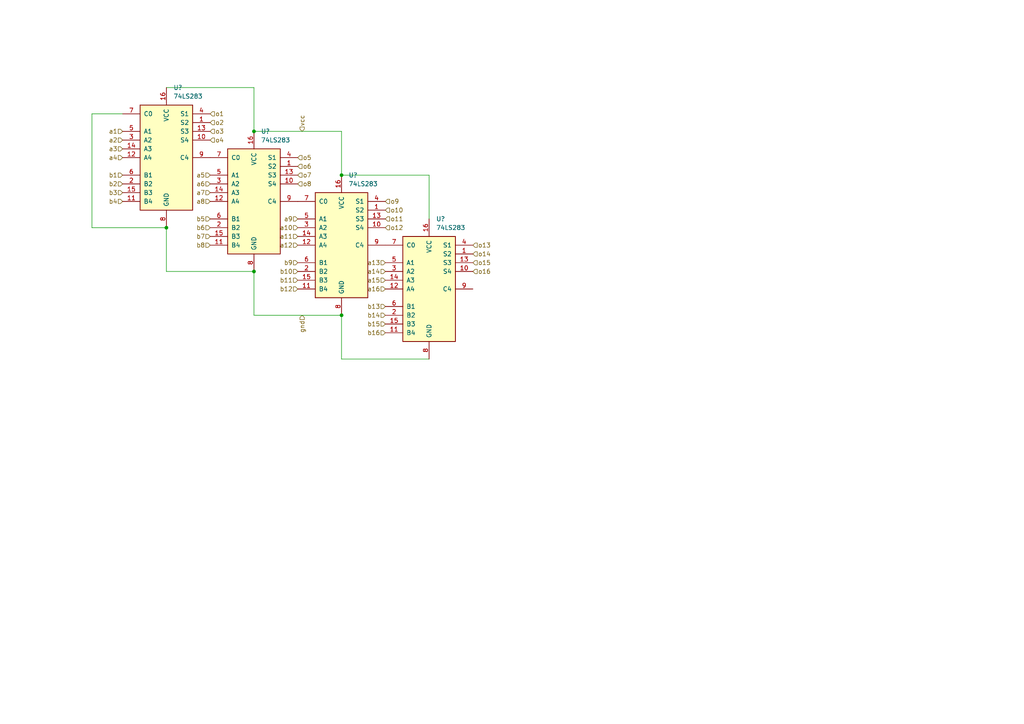
<source format=kicad_sch>
(kicad_sch (version 20211123) (generator eeschema)
  (paper "A4")
  (lib_symbols
    (symbol "74xx:74LS283" (pin_names (offset 1.016))
      (property "Reference" "U" (at -7.62 16.51 0))
      (property "Value" "74LS283" (at -7.62 -16.51 0))
      (symbol "74LS283_1_0"
        (pin output line (at 12.7 10.16 180) (length 5.08) (name "S2") (number "1"))
        (pin output line (at 12.7 5.08 180) (length 5.08) (name "S4") (number "10"))
        (pin input line (at -12.7 -12.7 0) (length 5.08) (name "B4") (number "11"))
        (pin input line (at -12.7 0 0) (length 5.08) (name "A4") (number "12"))
        (pin output line (at 12.7 7.62 180) (length 5.08) (name "S3") (number "13"))
        (pin input line (at -12.7 2.54 0) (length 5.08) (name "A3") (number "14"))
        (pin input line (at -12.7 -10.16 0) (length 5.08) (name "B3") (number "15"))
        (pin power_in line (at 0 20.32 270) (length 5.08) (name "VCC") (number "16"))
        (pin input line (at -12.7 -7.62 0) (length 5.08) (name "B2") (number "2"))
        (pin input line (at -12.7 5.08 0) (length 5.08) (name "A2") (number "3"))
        (pin output line (at 12.7 12.7 180) (length 5.08) (name "S1") (number "4"))
        (pin input line (at -12.7 7.62 0) (length 5.08) (name "A1") (number "5"))
        (pin input line (at -12.7 -5.08 0) (length 5.08) (name "B1") (number "6"))
        (pin input line (at -12.7 12.7 0) (length 5.08) (name "C0") (number "7"))
        (pin power_in line (at 0 -20.32 90) (length 5.08) (name "GND") (number "8"))
        (pin output line (at 12.7 0 180) (length 5.08) (name "C4") (number "9"))
      )
      (symbol "74LS283_1_1"
        (rectangle (start -7.62 15.24) (end 7.62 -15.24) (stroke (width 0.254)) (fill (type background)))
      )
    )
  )
  (junction (at 99.06 50.8))
  (junction (at 48.26 66.04))
  (junction (at 73.66 38.1))
  (junction (at 73.66 78.74))
  (junction (at 99.06 91.44))
  (wire (pts (xy 26.67 66.04) (xy 48.26 66.04)))
  (wire (pts (xy 73.66 91.44) (xy 73.66 78.74)))
  (wire (pts (xy 73.66 38.1) (xy 99.06 38.1)))
  (wire (pts (xy 73.66 25.4) (xy 73.66 38.1)))
  (wire (pts (xy 124.46 50.8) (xy 99.06 50.8)))
  (wire (pts (xy 48.26 78.74) (xy 48.26 66.04)))
  (wire (pts (xy 124.46 104.14) (xy 99.06 104.14)))
  (wire (pts (xy 26.67 33.02) (xy 26.67 66.04)))
  (wire (pts (xy 99.06 38.1) (xy 99.06 50.8)))
  (wire (pts (xy 99.06 91.44) (xy 73.66 91.44)))
  (wire (pts (xy 99.06 104.14) (xy 99.06 91.44)))
  (wire (pts (xy 35.56 33.02) (xy 26.67 33.02)))
  (wire (pts (xy 48.26 25.4) (xy 73.66 25.4)))
  (wire (pts (xy 73.66 78.74) (xy 48.26 78.74)))
  (wire (pts (xy 124.46 63.5) (xy 124.46 50.8)))
  (hierarchical_label "a13" (shape input) (at 111.76 76.2 180))
  (hierarchical_label "o12" (shape input) (at 111.76 66.04 0))
  (hierarchical_label "b1" (shape input) (at 35.56 50.8 180))
  (hierarchical_label "o11" (shape input) (at 111.76 63.5 0))
  (hierarchical_label "a15" (shape input) (at 111.76 81.28 180))
  (hierarchical_label "o8" (shape input) (at 86.36 53.34 0))
  (hierarchical_label "a7" (shape input) (at 60.96 55.88 180))
  (hierarchical_label "o4" (shape input) (at 60.96 40.64 0))
  (hierarchical_label "a5" (shape input) (at 60.96 50.8 180))
  (hierarchical_label "b5" (shape input) (at 60.96 63.5 180))
  (hierarchical_label "o10" (shape input) (at 111.76 60.96 0))
  (hierarchical_label "vcc" (shape input) (at 87.63 38.1 90))
  (hierarchical_label "a3" (shape input) (at 35.56 43.18 180))
  (hierarchical_label "o6" (shape input) (at 86.36 48.26 0))
  (hierarchical_label "o16" (shape input) (at 137.16 78.74 0))
  (hierarchical_label "b11" (shape input) (at 86.36 81.28 180))
  (hierarchical_label "b6" (shape input) (at 60.96 66.04 180))
  (hierarchical_label "o7" (shape input) (at 86.36 50.8 0))
  (hierarchical_label "o3" (shape input) (at 60.96 38.1 0))
  (hierarchical_label "b4" (shape input) (at 35.56 58.42 180))
  (hierarchical_label "a12" (shape input) (at 86.36 71.12 180))
  (hierarchical_label "gnd" (shape input) (at 87.63 91.44 270))
  (hierarchical_label "a14" (shape input) (at 111.76 78.74 180))
  (hierarchical_label "b8" (shape input) (at 60.96 71.12 180))
  (hierarchical_label "a6" (shape input) (at 60.96 53.34 180))
  (hierarchical_label "o1" (shape input) (at 60.96 33.02 0))
  (hierarchical_label "b15" (shape input) (at 111.76 93.98 180))
  (hierarchical_label "o2" (shape input) (at 60.96 35.56 0))
  (hierarchical_label "b7" (shape input) (at 60.96 68.58 180))
  (hierarchical_label "a16" (shape input) (at 111.76 83.82 180))
  (hierarchical_label "a10" (shape input) (at 86.36 66.04 180))
  (hierarchical_label "o15" (shape input) (at 137.16 76.2 0))
  (hierarchical_label "b9" (shape input) (at 86.36 76.2 180))
  (hierarchical_label "b10" (shape input) (at 86.36 78.74 180))
  (hierarchical_label "b13" (shape input) (at 111.76 88.9 180))
  (hierarchical_label "a9" (shape input) (at 86.36 63.5 180))
  (hierarchical_label "o14" (shape input) (at 137.16 73.66 0))
  (hierarchical_label "o5" (shape input) (at 86.36 45.72 0))
  (hierarchical_label "a8" (shape input) (at 60.96 58.42 180))
  (hierarchical_label "o13" (shape input) (at 137.16 71.12 0))
  (hierarchical_label "b16" (shape input) (at 111.76 96.52 180))
  (hierarchical_label "a1" (shape input) (at 35.56 38.1 180))
  (hierarchical_label "a4" (shape input) (at 35.56 45.72 180))
  (hierarchical_label "b12" (shape input) (at 86.36 83.82 180))
  (hierarchical_label "o9" (shape input) (at 111.76 58.42 0))
  (hierarchical_label "a2" (shape input) (at 35.56 40.64 180))
  (hierarchical_label "b2" (shape input) (at 35.56 53.34 180))
  (hierarchical_label "b14" (shape input) (at 111.76 91.44 180))
  (hierarchical_label "b3" (shape input) (at 35.56 55.88 180))
  (hierarchical_label "a11" (shape input) (at 86.36 68.58 180))
  (symbol (lib_id "74xx:74LS283") (at 73.66 58.42 0) (unit 1)
    (property "Reference" "U?" (at 75.6794 38.1 0) (effects (justify left)))
    (property "Value" "74LS283" (at 75.6794 40.64 0) (effects (justify left)))
    (property "Datasheet" "http://www.ti.com/lit/gpn/sn74LS283" (effects hide))
  )
  (symbol (lib_id "74xx:74LS283") (at 99.06 71.12 0) (unit 1)
    (property "Reference" "U?" (at 101.0794 50.8 0) (effects (justify left)))
    (property "Value" "74LS283" (at 101.0794 53.34 0) (effects (justify left)))
    (property "Datasheet" "http://www.ti.com/lit/gpn/sn74LS283" (effects hide))
  )
  (symbol (lib_id "74xx:74LS283") (at 48.26 45.72 0) (unit 1)
    (property "Reference" "U?" (at 50.2794 25.4 0) (effects (justify left)))
    (property "Value" "74LS283" (at 50.2794 27.94 0) (effects (justify left)))
    (property "Datasheet" "http://www.ti.com/lit/gpn/sn74LS283" (effects hide))
  )
  (symbol (lib_id "74xx:74LS283") (at 124.46 83.82 0) (unit 1)
    (property "Reference" "U?" (at 126.4794 63.5 0) (effects (justify left)))
    (property "Value" "74LS283" (at 126.4794 66.04 0) (effects (justify left)))
    (property "Datasheet" "http://www.ti.com/lit/gpn/sn74LS283" (effects hide))
  )
)
</source>
